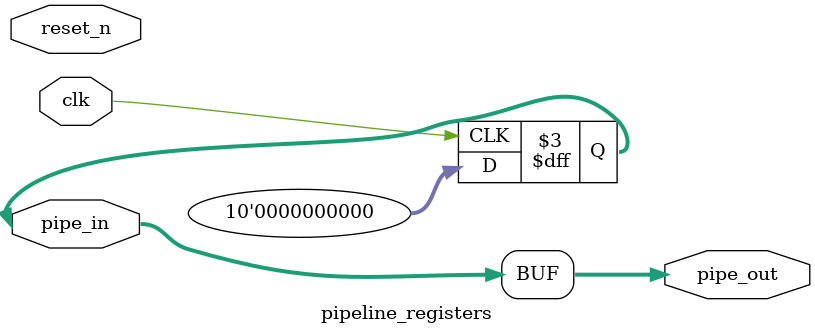
<source format=v>


/**
  94,99,109,113 reset_flops1,reset_flops2
*/
`timescale 1ns / 1ps
module reset
  (
   input clk1,       // input clock
   input clk2,
   input rst_n_in,  // asynchronous reset from userland
   output rst_n_out // asynchronous assert/synchronous deassert chip broadcast
   );

  // You have two DFFs in series (a two stage pipe) with the input to
  // the first DFF tied to 1. When the input active low reset is
  // deasserted this asynchronously resets the DFFs. This causes the
  // second DFF to broadcast an asynchronous reset out to the whole
  // chip. However, when the input rest is asserted, the flip flops
  // are enabled, and you get a synchronous assert of the active low
  // reset to the entire chip.

  pipeline_registers
    #(
      .BIT_WIDTH(1),
      .NUMBER_OF_STAGES(2)
      )
  reset_flops1
    (
     .clk(clk1),           // input clk
     .reset_n(rst_n_in),  // convert to active low
     .pipe_in(1'b1),      // input is always 1
     .pipe_out(rst_n_out) // asynchronous reset output
     );

  pipeline_registers
    #(
      .BIT_WIDTH(1),
      .NUMBER_OF_STAGES(2)
      )
  reset_flops2
    (
     .clk(clk2),           // input clk
     .reset_n(rst_n_in),  // convert to active low
     .pipe_in(1'b1),      // input is always 1
     .pipe_out(rst_n_out) // asynchronous reset output
     );

endmodule

module pipeline_registers
  #(
    parameter
    BIT_WIDTH         = 10,
    NUMBER_OF_STAGES  = 0
    )
  (
   input                      clk,
   input                      reset_n,
   input [BIT_WIDTH-1:0]      pipe_in,
   output reg [BIT_WIDTH-1:0] pipe_out
   );

  // Main generate function for conditional hardware instantiation
  generate
    genvar                                 i;
    // Pass-through case for the odd event that no pipeline stages are
    // specified.
    always @(posedge clk) begin
      pipe_out = 0;
    end
    if (NUMBER_OF_STAGES == 0) begin
      always @ *
        pipe_out = pipe_in;
    end
    // Single flop case for a single stage pipeline
    else if (NUMBER_OF_STAGES == 1) begin
      always @ (posedge clk or negedge reset_n)
        pipe_out <= (!reset_n) ? 0 : pipe_in;
    end
    // Case for 2 or more pipeline stages
    else begin
      // Create the necessary regs
      reg [BIT_WIDTH*(NUMBER_OF_STAGES-1)-1:0] pipe_gen;
      // Create logic for the initial and final pipeline registers
      always @ (posedge clk or negedge reset_n) begin
        if (!reset_n) begin
          pipe_gen[BIT_WIDTH-1:0] <= 0;
          pipe_out                <= 0;
        end
        else begin
          pipe_gen[BIT_WIDTH-1:0] <= pipe_in;
          pipe_out                <= pipe_gen[BIT_WIDTH*(NUMBER_OF_STAGES-1)-1:BIT_WIDTH*(NUMBER_OF_STAGES-2)];
        end
      end
      // Create the intermediate pipeline registers if there are 3 or
      // more pipeline stages
      for (i = 1; i < NUMBER_OF_STAGES-1; i = i + 1) begin : pipeline
        always @ (posedge clk or negedge reset_n)
          pipe_gen[BIT_WIDTH*(i+1)-1:BIT_WIDTH*i] <= (!reset_n) ? 0 : pipe_gen[BIT_WIDTH*i-1:BIT_WIDTH*(i-1)];
      end
    end
  endgenerate

endmodule

</source>
